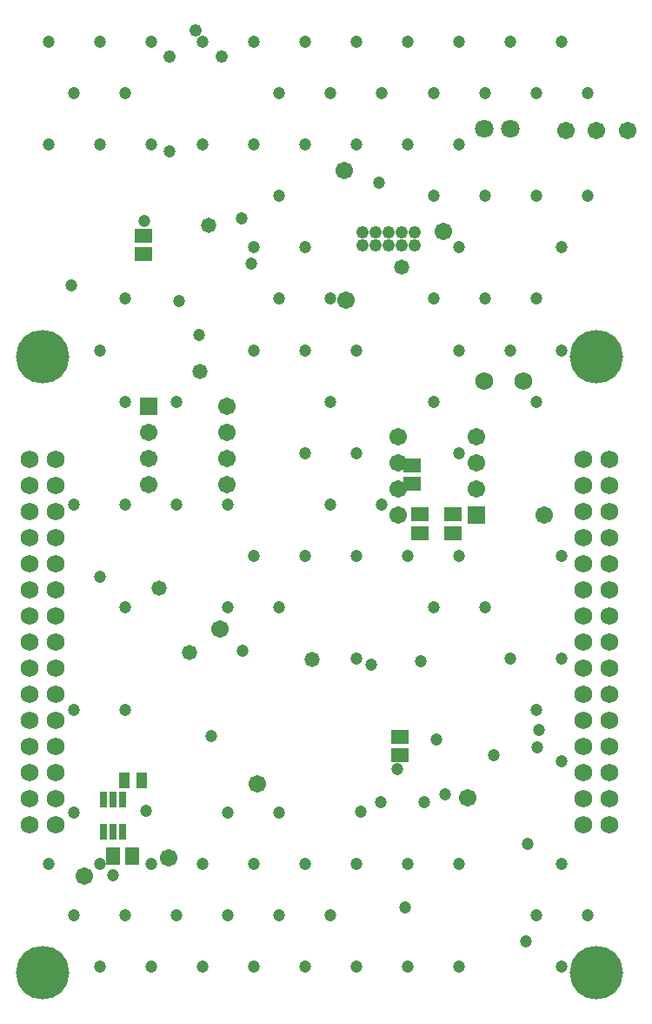
<source format=gbr>
G04 Layer_Color=16711935*
%FSLAX26Y26*%
%MOIN*%
%TF.FileFunction,Soldermask,Bot*%
%TF.Part,Single*%
G01*
G75*
%TA.AperFunction,ComponentPad*%
%ADD42C,0.068000*%
%TA.AperFunction,SMDPad,CuDef*%
%ADD55R,0.041465X0.059181*%
%ADD56R,0.065087X0.053276*%
%ADD57R,0.053276X0.065087*%
%TA.AperFunction,ComponentPad*%
%ADD68C,0.067055*%
%ADD69C,0.070992*%
%ADD70C,0.048000*%
%ADD71R,0.067055X0.067055*%
%TA.AperFunction,ViaPad*%
%ADD72C,0.204850*%
%ADD73C,0.047370*%
%ADD74C,0.058000*%
%TA.AperFunction,SMDPad,CuDef*%
%ADD79R,0.029654X0.063118*%
D42*
X848464Y-2244018D02*
D03*
Y-2144018D02*
D03*
Y-2044018D02*
D03*
Y-1944018D02*
D03*
Y-1844018D02*
D03*
Y-1744018D02*
D03*
Y-1644018D02*
D03*
Y-1544018D02*
D03*
Y-1444018D02*
D03*
Y-1344018D02*
D03*
Y-1244018D02*
D03*
Y-1144018D02*
D03*
Y-1044018D02*
D03*
Y-944018D02*
D03*
Y-844018D02*
D03*
X748464Y-2244018D02*
D03*
Y-2144018D02*
D03*
Y-2044018D02*
D03*
Y-1944018D02*
D03*
Y-1844018D02*
D03*
Y-1744018D02*
D03*
Y-1644018D02*
D03*
Y-1544018D02*
D03*
Y-1444018D02*
D03*
Y-1344018D02*
D03*
Y-1244018D02*
D03*
Y-1144018D02*
D03*
Y-1044018D02*
D03*
Y-944018D02*
D03*
Y-844018D02*
D03*
X-1377520D02*
D03*
Y-944018D02*
D03*
Y-1044018D02*
D03*
Y-1144018D02*
D03*
Y-1244018D02*
D03*
Y-1344018D02*
D03*
Y-1444018D02*
D03*
Y-1544018D02*
D03*
Y-1644018D02*
D03*
Y-1744018D02*
D03*
Y-1844018D02*
D03*
Y-1944018D02*
D03*
Y-2044018D02*
D03*
Y-2144018D02*
D03*
Y-2244018D02*
D03*
X-1277520Y-844018D02*
D03*
Y-944018D02*
D03*
Y-1044018D02*
D03*
Y-1144018D02*
D03*
Y-1244018D02*
D03*
Y-1344018D02*
D03*
Y-1444018D02*
D03*
Y-1544018D02*
D03*
Y-1644018D02*
D03*
Y-1744018D02*
D03*
Y-1844018D02*
D03*
Y-1944018D02*
D03*
Y-2044018D02*
D03*
Y-2144018D02*
D03*
Y-2244018D02*
D03*
X516142Y-543900D02*
D03*
X366536D02*
D03*
D55*
X-945976Y-2075152D02*
D03*
X-1012904D02*
D03*
D56*
X43694Y-1979638D02*
D03*
Y-1908772D02*
D03*
X-940000Y11432D02*
D03*
Y-59434D02*
D03*
X246582Y-1056726D02*
D03*
Y-1127594D02*
D03*
X90716Y-939026D02*
D03*
Y-868160D02*
D03*
X121582Y-1127594D02*
D03*
Y-1056728D02*
D03*
D57*
X-1054874Y-2365152D02*
D03*
X-984008D02*
D03*
D68*
X303465Y-2142522D02*
D03*
X598465Y-1057522D02*
D03*
X-170000Y260998D02*
D03*
X-1166535Y-2442522D02*
D03*
X680354Y415825D02*
D03*
X798465D02*
D03*
X916575D02*
D03*
X-841535Y-2372522D02*
D03*
X209000Y26998D02*
D03*
X-646307Y-1494207D02*
D03*
X-503307Y-2089207D02*
D03*
X-162000Y-235002D02*
D03*
X35716Y-757592D02*
D03*
Y-857592D02*
D03*
Y-957592D02*
D03*
Y-1057592D02*
D03*
X335716Y-757592D02*
D03*
Y-857592D02*
D03*
Y-957592D02*
D03*
X-619000Y-943002D02*
D03*
Y-843002D02*
D03*
Y-743002D02*
D03*
Y-643002D02*
D03*
X-919000Y-943002D02*
D03*
Y-843002D02*
D03*
Y-743002D02*
D03*
D69*
X467000Y419998D02*
D03*
X367000D02*
D03*
D70*
X-841000Y698998D02*
D03*
X-641000D02*
D03*
X-741000Y798998D02*
D03*
X100000Y25000D02*
D03*
Y-25000D02*
D03*
X50000Y25000D02*
D03*
Y-25000D02*
D03*
X0Y25000D02*
D03*
Y-25000D02*
D03*
X-50000Y25000D02*
D03*
Y-25000D02*
D03*
X-100000Y25000D02*
D03*
Y-25000D02*
D03*
D71*
X335716Y-1057592D02*
D03*
X-919000Y-643002D02*
D03*
D72*
X-1327520Y-2812522D02*
D03*
X798464D02*
D03*
X-1327520Y-450316D02*
D03*
X798464D02*
D03*
D73*
X-564000Y77000D02*
D03*
X137047Y-2158979D02*
D03*
X-107048Y-2194412D02*
D03*
X-28307Y-2158979D02*
D03*
X664496Y754298D02*
D03*
X762922Y557447D02*
D03*
Y163746D02*
D03*
X664496Y-33104D02*
D03*
Y-426805D02*
D03*
Y-1214206D02*
D03*
Y-1607907D02*
D03*
Y-2001608D02*
D03*
Y-2395309D02*
D03*
X762922Y-2592159D02*
D03*
X664496Y-2789010D02*
D03*
X467646Y754298D02*
D03*
X566071Y557447D02*
D03*
Y163746D02*
D03*
Y-229954D02*
D03*
X467646Y-426805D02*
D03*
X566071Y-623655D02*
D03*
X467646Y-1607907D02*
D03*
X566071Y-1804758D02*
D03*
Y-2592159D02*
D03*
X270796Y754298D02*
D03*
X369221Y557447D02*
D03*
X270796Y360597D02*
D03*
X369221Y163746D02*
D03*
X270796Y-33104D02*
D03*
X369221Y-229954D02*
D03*
X270796Y-426805D02*
D03*
Y-820506D02*
D03*
Y-1214206D02*
D03*
X369221Y-1411057D02*
D03*
X270796Y-2395309D02*
D03*
Y-2789010D02*
D03*
X73945Y754298D02*
D03*
X172370Y557447D02*
D03*
X73945Y360597D02*
D03*
X172370Y163746D02*
D03*
Y-229954D02*
D03*
Y-623655D02*
D03*
X73945Y-1214206D02*
D03*
X172370Y-1411057D02*
D03*
X73945Y-2395309D02*
D03*
Y-2789010D02*
D03*
X-122905Y754298D02*
D03*
X-24480Y557447D02*
D03*
X-122905Y360597D02*
D03*
Y-426805D02*
D03*
Y-820506D02*
D03*
X-24480Y-1017356D02*
D03*
X-122905Y-1214206D02*
D03*
Y-1607907D02*
D03*
Y-2395309D02*
D03*
Y-2789010D02*
D03*
X-319756Y754298D02*
D03*
X-221330Y557447D02*
D03*
X-319756Y360597D02*
D03*
Y-33104D02*
D03*
X-221330Y-229954D02*
D03*
X-319756Y-426805D02*
D03*
X-221330Y-623655D02*
D03*
X-319756Y-820506D02*
D03*
X-221330Y-1017356D02*
D03*
X-319756Y-1214206D02*
D03*
Y-2395309D02*
D03*
X-221330Y-2592159D02*
D03*
X-319756Y-2789010D02*
D03*
X-516606Y754298D02*
D03*
X-418181Y557447D02*
D03*
X-516606Y360597D02*
D03*
X-418181Y163746D02*
D03*
X-516606Y-33104D02*
D03*
X-418181Y-229954D02*
D03*
X-516606Y-426805D02*
D03*
Y-1214206D02*
D03*
X-418181Y-1411057D02*
D03*
Y-2198458D02*
D03*
X-516606Y-2395309D02*
D03*
X-418181Y-2592159D02*
D03*
X-516606Y-2789010D02*
D03*
X-713456Y754298D02*
D03*
Y360597D02*
D03*
X-615031Y-1017356D02*
D03*
Y-1411057D02*
D03*
Y-2198458D02*
D03*
X-713456Y-2395309D02*
D03*
X-615031Y-2592159D02*
D03*
X-713456Y-2789010D02*
D03*
X-910307Y754298D02*
D03*
Y360597D02*
D03*
X-811882Y-623655D02*
D03*
Y-1017356D02*
D03*
X-910307Y-2395309D02*
D03*
X-811882Y-2592159D02*
D03*
X-910307Y-2789010D02*
D03*
X-1107157Y754298D02*
D03*
X-1008732Y557447D02*
D03*
X-1107157Y360597D02*
D03*
X-1008732Y-229954D02*
D03*
X-1107157Y-426805D02*
D03*
X-1008732Y-623655D02*
D03*
Y-1017356D02*
D03*
Y-1411057D02*
D03*
Y-1804758D02*
D03*
X-1107157Y-2395309D02*
D03*
X-1008732Y-2592159D02*
D03*
X-1107157Y-2789010D02*
D03*
X-1304008Y754298D02*
D03*
X-1205582Y557447D02*
D03*
X-1304008Y360597D02*
D03*
X-1205582Y-1017356D02*
D03*
Y-1804758D02*
D03*
Y-2198458D02*
D03*
X-1304008Y-2395309D02*
D03*
X-1205582Y-2592159D02*
D03*
X63464Y-2562522D02*
D03*
X528464Y-2692522D02*
D03*
X533464Y-2317522D02*
D03*
X218464Y-2127522D02*
D03*
X578464Y-1882522D02*
D03*
X183464Y-1917522D02*
D03*
X403464Y-1977522D02*
D03*
X-1056536Y-2437522D02*
D03*
X-726536Y-367522D02*
D03*
X-936536Y67478D02*
D03*
X-1106416Y-1295316D02*
D03*
X-525110Y-93892D02*
D03*
X-558416Y-1577316D02*
D03*
X124592Y-1619842D02*
D03*
X34836Y-2031206D02*
D03*
X571694Y-1947206D02*
D03*
X-1215000Y-180002D02*
D03*
X-64616Y-1632206D02*
D03*
X-840000Y334998D02*
D03*
X-803000Y-238002D02*
D03*
X-37494Y214998D02*
D03*
X-679306Y-1904206D02*
D03*
X-929518Y-2191042D02*
D03*
D74*
X50000Y-107040D02*
D03*
X-881110Y-1337112D02*
D03*
X-764110Y-1584410D02*
D03*
X-723000Y-507002D02*
D03*
X-293306Y-1612206D02*
D03*
X-688000Y52998D02*
D03*
D79*
X-1093142Y-2148034D02*
D03*
X-1055740D02*
D03*
X-1018338D02*
D03*
Y-2272048D02*
D03*
X-1055740D02*
D03*
X-1093142D02*
D03*
%TF.MD5,0c5d021fa0f235e92d1e994eb0baf57c*%
M02*

</source>
